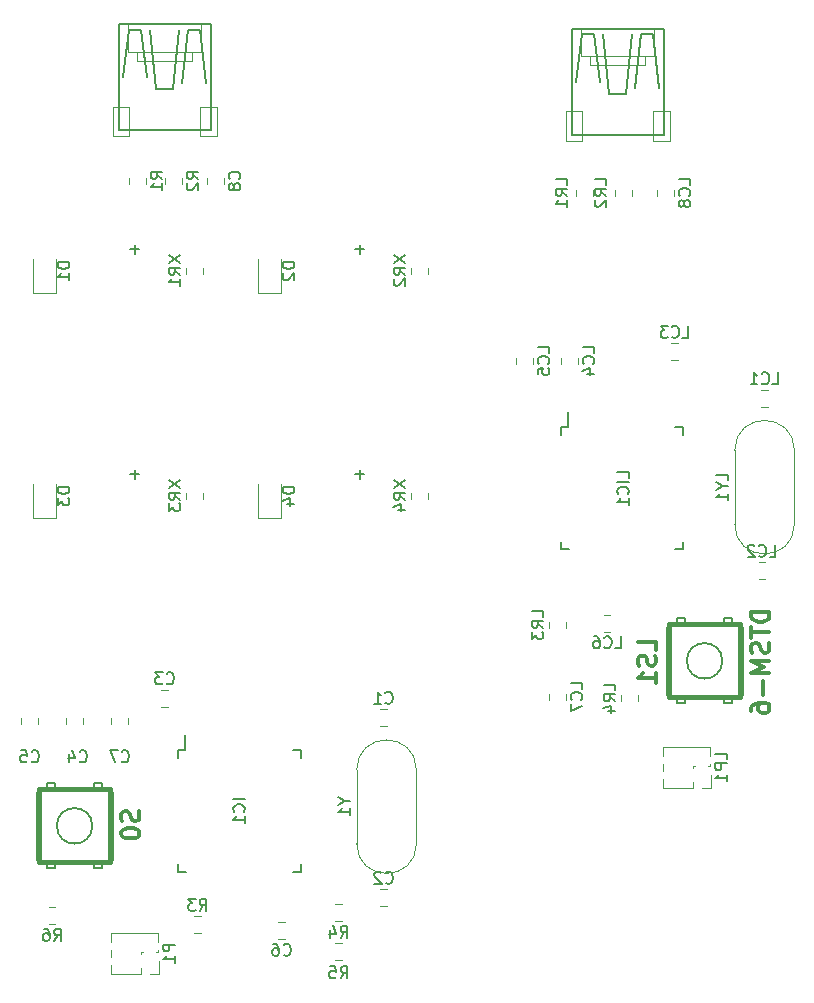
<source format=gbr>
G04 #@! TF.GenerationSoftware,KiCad,Pcbnew,(5.0.2)-1*
G04 #@! TF.CreationDate,2018-12-26T22:17:43-06:00*
G04 #@! TF.ProjectId,AVR6502Tester,41565236-3530-4325-9465-737465722e6b,rev?*
G04 #@! TF.SameCoordinates,Original*
G04 #@! TF.FileFunction,Legend,Bot*
G04 #@! TF.FilePolarity,Positive*
%FSLAX46Y46*%
G04 Gerber Fmt 4.6, Leading zero omitted, Abs format (unit mm)*
G04 Created by KiCad (PCBNEW (5.0.2)-1) date 12/26/2018 10:17:43 PM*
%MOMM*%
%LPD*%
G01*
G04 APERTURE LIST*
%ADD10C,0.120000*%
%ADD11C,0.066040*%
%ADD12C,0.127000*%
%ADD13C,0.150000*%
%ADD14C,0.381000*%
%ADD15C,0.200660*%
%ADD16C,0.304800*%
G04 APERTURE END LIST*
D10*
G04 #@! TO.C,LC7*
X94794000Y-69349252D02*
X94794000Y-68826748D01*
X96214000Y-69349252D02*
X96214000Y-68826748D01*
D11*
G04 #@! TO.C,LJ1*
X97584260Y-19504660D02*
X97584260Y-22004020D01*
X97584260Y-22004020D02*
X96184720Y-22004020D01*
X96184720Y-19504660D02*
X96184720Y-22004020D01*
X97584260Y-19504660D02*
X96184720Y-19504660D01*
X104983280Y-19504660D02*
X104983280Y-22004020D01*
X104983280Y-22004020D02*
X103583740Y-22004020D01*
X103583740Y-19504660D02*
X103583740Y-22004020D01*
X104983280Y-19504660D02*
X103583740Y-19504660D01*
X103682800Y-12506960D02*
X103682800Y-14831060D01*
X103682800Y-14831060D02*
X97485200Y-14831060D01*
X97485200Y-12506960D02*
X97485200Y-14831060D01*
X103682800Y-12506960D02*
X97485200Y-12506960D01*
X102908100Y-14831060D02*
X102908100Y-15608300D01*
X102908100Y-15608300D02*
X98259900Y-15608300D01*
X98259900Y-14831060D02*
X98259900Y-15608300D01*
X102908100Y-14831060D02*
X98259900Y-14831060D01*
D12*
X96685100Y-12506960D02*
X104482900Y-12506960D01*
X96685100Y-21503640D02*
X104482900Y-21503640D01*
X96685100Y-12506960D02*
X96685100Y-21503640D01*
X104482900Y-12506960D02*
X104482900Y-21503640D01*
X97086420Y-17005300D02*
X97584260Y-13007340D01*
X97584260Y-13007340D02*
X98585020Y-13007340D01*
X98585020Y-13007340D02*
X99085400Y-17005300D01*
X104081580Y-17505680D02*
X103583740Y-13007340D01*
X103583740Y-13007340D02*
X102582980Y-13007340D01*
X102582980Y-13007340D02*
X102082600Y-17505680D01*
X99334320Y-13007340D02*
X99834700Y-18003520D01*
X99834700Y-18003520D02*
X101333300Y-18003520D01*
X101333300Y-18003520D02*
X101833680Y-13007340D01*
D10*
G04 #@! TO.C,C6*
X71874748Y-88190000D02*
X72397252Y-88190000D01*
X71874748Y-89610000D02*
X72397252Y-89610000D01*
G04 #@! TO.C,R4*
X77223252Y-89968000D02*
X76700748Y-89968000D01*
X77223252Y-91388000D02*
X76700748Y-91388000D01*
D13*
G04 #@! TO.C,IC1*
X63405000Y-73565000D02*
X63980000Y-73565000D01*
X63405000Y-83915000D02*
X64080000Y-83915000D01*
X73755000Y-83915000D02*
X73080000Y-83915000D01*
X73755000Y-73565000D02*
X73080000Y-73565000D01*
X63405000Y-73565000D02*
X63405000Y-74240000D01*
X73755000Y-73565000D02*
X73755000Y-74240000D01*
X73755000Y-83915000D02*
X73755000Y-83240000D01*
X63405000Y-83915000D02*
X63405000Y-83240000D01*
X63980000Y-73565000D02*
X63980000Y-72290000D01*
D10*
G04 #@! TO.C,Y1*
X78501000Y-75261000D02*
X78501000Y-81511000D01*
X83551000Y-75261000D02*
X83551000Y-81511000D01*
X83551000Y-75261000D02*
G75*
G03X78501000Y-75261000I-2525000J0D01*
G01*
X83551000Y-81511000D02*
G75*
G02X78501000Y-81511000I-2525000J0D01*
G01*
G04 #@! TO.C,D4*
X72080000Y-51070000D02*
X72080000Y-53930000D01*
X72080000Y-53930000D02*
X70160000Y-53930000D01*
X70160000Y-53930000D02*
X70160000Y-51070000D01*
G04 #@! TO.C,C1*
X81024252Y-71576000D02*
X80501748Y-71576000D01*
X81024252Y-70156000D02*
X80501748Y-70156000D01*
G04 #@! TO.C,C2*
X81033252Y-85396000D02*
X80510748Y-85396000D01*
X81033252Y-86816000D02*
X80510748Y-86816000D01*
G04 #@! TO.C,C3*
X62491252Y-69925000D02*
X61968748Y-69925000D01*
X62491252Y-68505000D02*
X61968748Y-68505000D01*
G04 #@! TO.C,C4*
X55320000Y-70858748D02*
X55320000Y-71381252D01*
X53900000Y-70858748D02*
X53900000Y-71381252D01*
G04 #@! TO.C,C5*
X50090000Y-70858748D02*
X50090000Y-71381252D01*
X51510000Y-70858748D02*
X51510000Y-71381252D01*
G04 #@! TO.C,C7*
X57710000Y-70858748D02*
X57710000Y-71381252D01*
X59130000Y-70858748D02*
X59130000Y-71381252D01*
G04 #@! TO.C,C8*
X67258000Y-25661252D02*
X67258000Y-25138748D01*
X65838000Y-25661252D02*
X65838000Y-25138748D01*
G04 #@! TO.C,D1*
X51110000Y-34880000D02*
X51110000Y-32020000D01*
X53030000Y-34880000D02*
X51110000Y-34880000D01*
X53030000Y-32020000D02*
X53030000Y-34880000D01*
G04 #@! TO.C,D2*
X72080000Y-32020000D02*
X72080000Y-34880000D01*
X72080000Y-34880000D02*
X70160000Y-34880000D01*
X70160000Y-34880000D02*
X70160000Y-32020000D01*
G04 #@! TO.C,D3*
X51110000Y-53930000D02*
X51110000Y-51070000D01*
X53030000Y-53930000D02*
X51110000Y-53930000D01*
X53030000Y-51070000D02*
X53030000Y-53930000D01*
D12*
G04 #@! TO.C,J1*
X62979300Y-17622520D02*
X63479680Y-12626340D01*
X61480700Y-17622520D02*
X62979300Y-17622520D01*
X60980320Y-12626340D02*
X61480700Y-17622520D01*
X64228980Y-12626340D02*
X63728600Y-17124680D01*
X65229740Y-12626340D02*
X64228980Y-12626340D01*
X65727580Y-17124680D02*
X65229740Y-12626340D01*
X60231020Y-12626340D02*
X60731400Y-16624300D01*
X59230260Y-12626340D02*
X60231020Y-12626340D01*
X58732420Y-16624300D02*
X59230260Y-12626340D01*
X66128900Y-12125960D02*
X66128900Y-21122640D01*
X58331100Y-12125960D02*
X58331100Y-21122640D01*
X58331100Y-21122640D02*
X66128900Y-21122640D01*
X58331100Y-12125960D02*
X66128900Y-12125960D01*
D11*
X64554100Y-14450060D02*
X59905900Y-14450060D01*
X59905900Y-14450060D02*
X59905900Y-15227300D01*
X64554100Y-15227300D02*
X59905900Y-15227300D01*
X64554100Y-14450060D02*
X64554100Y-15227300D01*
X65328800Y-12125960D02*
X59131200Y-12125960D01*
X59131200Y-12125960D02*
X59131200Y-14450060D01*
X65328800Y-14450060D02*
X59131200Y-14450060D01*
X65328800Y-12125960D02*
X65328800Y-14450060D01*
X66629280Y-19123660D02*
X65229740Y-19123660D01*
X65229740Y-19123660D02*
X65229740Y-21623020D01*
X66629280Y-21623020D02*
X65229740Y-21623020D01*
X66629280Y-19123660D02*
X66629280Y-21623020D01*
X59230260Y-19123660D02*
X57830720Y-19123660D01*
X57830720Y-19123660D02*
X57830720Y-21623020D01*
X59230260Y-21623020D02*
X57830720Y-21623020D01*
X59230260Y-19123660D02*
X59230260Y-21623020D01*
D10*
G04 #@! TO.C,LC1*
X113291252Y-44525000D02*
X112768748Y-44525000D01*
X113291252Y-43105000D02*
X112768748Y-43105000D01*
G04 #@! TO.C,LC2*
X113046252Y-57710000D02*
X112523748Y-57710000D01*
X113046252Y-59130000D02*
X112523748Y-59130000D01*
G04 #@! TO.C,LC3*
X105671252Y-40588000D02*
X105148748Y-40588000D01*
X105671252Y-39168000D02*
X105148748Y-39168000D01*
G04 #@! TO.C,LC4*
X97230000Y-40901252D02*
X97230000Y-40378748D01*
X95810000Y-40901252D02*
X95810000Y-40378748D01*
G04 #@! TO.C,LC5*
X92000000Y-40901252D02*
X92000000Y-40378748D01*
X93420000Y-40901252D02*
X93420000Y-40378748D01*
G04 #@! TO.C,LC6*
X99433748Y-63575000D02*
X99956252Y-63575000D01*
X99433748Y-62155000D02*
X99956252Y-62155000D01*
G04 #@! TO.C,LC8*
X105358000Y-26677252D02*
X105358000Y-26154748D01*
X103938000Y-26677252D02*
X103938000Y-26154748D01*
D13*
G04 #@! TO.C,LIC1*
X96365000Y-46260000D02*
X96365000Y-44985000D01*
X95790000Y-56610000D02*
X95790000Y-55935000D01*
X106140000Y-56610000D02*
X106140000Y-55935000D01*
X106140000Y-46260000D02*
X106140000Y-46935000D01*
X95790000Y-46260000D02*
X95790000Y-46935000D01*
X106140000Y-46260000D02*
X105465000Y-46260000D01*
X106140000Y-56610000D02*
X105465000Y-56610000D01*
X95790000Y-56610000D02*
X96465000Y-56610000D01*
X95790000Y-46260000D02*
X96365000Y-46260000D01*
D10*
G04 #@! TO.C,LP1*
X104461000Y-76822000D02*
X104461000Y-75999530D01*
X104461000Y-74114470D02*
X104461000Y-73292000D01*
X104461000Y-75384470D02*
X104461000Y-74729530D01*
X106936000Y-76822000D02*
X104461000Y-76822000D01*
X108391000Y-73292000D02*
X104461000Y-73292000D01*
X106936000Y-76822000D02*
X106936000Y-76255471D01*
X106936000Y-75128529D02*
X106936000Y-74985471D01*
X106989471Y-74932000D02*
X107132529Y-74932000D01*
X108259471Y-74932000D02*
X108391000Y-74932000D01*
X108391000Y-74932000D02*
X108391000Y-74729530D01*
X108391000Y-74114470D02*
X108391000Y-73292000D01*
X107696000Y-76822000D02*
X108456000Y-76822000D01*
X108456000Y-76822000D02*
X108456000Y-75692000D01*
G04 #@! TO.C,LR1*
X97080000Y-26677252D02*
X97080000Y-26154748D01*
X98500000Y-26677252D02*
X98500000Y-26154748D01*
G04 #@! TO.C,LR2*
X101802000Y-26677252D02*
X101802000Y-26154748D01*
X100382000Y-26677252D02*
X100382000Y-26154748D01*
G04 #@! TO.C,LR3*
X94794000Y-62721748D02*
X94794000Y-63244252D01*
X96214000Y-62721748D02*
X96214000Y-63244252D01*
G04 #@! TO.C,LR4*
X102310000Y-68953748D02*
X102310000Y-69476252D01*
X100890000Y-68953748D02*
X100890000Y-69476252D01*
D14*
G04 #@! TO.C,LS1*
X110949740Y-62941200D02*
X104950260Y-62941200D01*
X110949740Y-69138800D02*
X110949740Y-62941200D01*
X104950260Y-69138800D02*
X110949740Y-69138800D01*
X104950260Y-62941200D02*
X104950260Y-69138800D01*
X104851200Y-63240920D02*
X104851200Y-68839080D01*
X111048800Y-63240920D02*
X111048800Y-68839080D01*
D15*
X106299000Y-69639180D02*
X106299000Y-69138800D01*
X105600500Y-69639180D02*
X106299000Y-69639180D01*
X105600500Y-69138800D02*
X105600500Y-69639180D01*
X110299500Y-69639180D02*
X110299500Y-69138800D01*
X109601000Y-69639180D02*
X110299500Y-69639180D01*
X109601000Y-69138800D02*
X109601000Y-69639180D01*
X109601000Y-62941200D02*
X109601000Y-62440820D01*
X109601000Y-62440820D02*
X110299500Y-62440820D01*
X110299500Y-62440820D02*
X110299500Y-62941200D01*
X106299000Y-62440820D02*
X106299000Y-62941200D01*
X105600500Y-62440820D02*
X106299000Y-62440820D01*
X105600500Y-62941200D02*
X105600500Y-62440820D01*
X109451140Y-66040000D02*
G75*
G03X109451140Y-66040000I-1501140J0D01*
G01*
D10*
G04 #@! TO.C,LY1*
X115555000Y-54460000D02*
G75*
G02X110505000Y-54460000I-2525000J0D01*
G01*
X115555000Y-48210000D02*
G75*
G03X110505000Y-48210000I-2525000J0D01*
G01*
X115555000Y-48210000D02*
X115555000Y-54460000D01*
X110505000Y-48210000D02*
X110505000Y-54460000D01*
G04 #@! TO.C,P1*
X61720000Y-92570000D02*
X61720000Y-91440000D01*
X60960000Y-92570000D02*
X61720000Y-92570000D01*
X61655000Y-89862470D02*
X61655000Y-89040000D01*
X61655000Y-90680000D02*
X61655000Y-90477530D01*
X61523471Y-90680000D02*
X61655000Y-90680000D01*
X60253471Y-90680000D02*
X60396529Y-90680000D01*
X60200000Y-90876529D02*
X60200000Y-90733471D01*
X60200000Y-92570000D02*
X60200000Y-92003471D01*
X61655000Y-89040000D02*
X57725000Y-89040000D01*
X60200000Y-92570000D02*
X57725000Y-92570000D01*
X57725000Y-91132470D02*
X57725000Y-90477530D01*
X57725000Y-89862470D02*
X57725000Y-89040000D01*
X57725000Y-92570000D02*
X57725000Y-91747530D01*
G04 #@! TO.C,R1*
X60654000Y-25661252D02*
X60654000Y-25138748D01*
X59234000Y-25661252D02*
X59234000Y-25138748D01*
G04 #@! TO.C,R2*
X62282000Y-25661252D02*
X62282000Y-25138748D01*
X63702000Y-25661252D02*
X63702000Y-25138748D01*
G04 #@! TO.C,R3*
X65285252Y-89102000D02*
X64762748Y-89102000D01*
X65285252Y-87682000D02*
X64762748Y-87682000D01*
G04 #@! TO.C,R6*
X52443748Y-86920000D02*
X52966252Y-86920000D01*
X52443748Y-88340000D02*
X52966252Y-88340000D01*
D15*
G04 #@! TO.C,S0*
X56111140Y-80010000D02*
G75*
G03X56111140Y-80010000I-1501140J0D01*
G01*
X56959500Y-83108800D02*
X56959500Y-83609180D01*
X56959500Y-83609180D02*
X56261000Y-83609180D01*
X56261000Y-83609180D02*
X56261000Y-83108800D01*
X52260500Y-83609180D02*
X52260500Y-83108800D01*
X52959000Y-83609180D02*
X52260500Y-83609180D01*
X52959000Y-83108800D02*
X52959000Y-83609180D01*
X52959000Y-76911200D02*
X52959000Y-76410820D01*
X52959000Y-76410820D02*
X52260500Y-76410820D01*
X52260500Y-76410820D02*
X52260500Y-76911200D01*
X56959500Y-76911200D02*
X56959500Y-76410820D01*
X56959500Y-76410820D02*
X56261000Y-76410820D01*
X56261000Y-76410820D02*
X56261000Y-76911200D01*
D14*
X51511200Y-82809080D02*
X51511200Y-77210920D01*
X57708800Y-82809080D02*
X57708800Y-77210920D01*
X57609740Y-83108800D02*
X57609740Y-76911200D01*
X57609740Y-76911200D02*
X51610260Y-76911200D01*
X51610260Y-76911200D02*
X51610260Y-83108800D01*
X51610260Y-83108800D02*
X57609740Y-83108800D01*
D10*
G04 #@! TO.C,XR1*
X64060000Y-32758748D02*
X64060000Y-33281252D01*
X65480000Y-32758748D02*
X65480000Y-33281252D01*
G04 #@! TO.C,XR2*
X83110000Y-32758748D02*
X83110000Y-33281252D01*
X84530000Y-32758748D02*
X84530000Y-33281252D01*
G04 #@! TO.C,XR3*
X64060000Y-51808748D02*
X64060000Y-52331252D01*
X65480000Y-51808748D02*
X65480000Y-52331252D01*
G04 #@! TO.C,XR4*
X84530000Y-51808748D02*
X84530000Y-52331252D01*
X83110000Y-51808748D02*
X83110000Y-52331252D01*
G04 #@! TO.C,R5*
X76700748Y-88086000D02*
X77223252Y-88086000D01*
X76700748Y-86666000D02*
X77223252Y-86666000D01*
G04 #@! TO.C,LC7*
D13*
X97606380Y-68421333D02*
X97606380Y-67945142D01*
X96606380Y-67945142D01*
X97511142Y-69326095D02*
X97558761Y-69278476D01*
X97606380Y-69135619D01*
X97606380Y-69040380D01*
X97558761Y-68897523D01*
X97463523Y-68802285D01*
X97368285Y-68754666D01*
X97177809Y-68707047D01*
X97034952Y-68707047D01*
X96844476Y-68754666D01*
X96749238Y-68802285D01*
X96654000Y-68897523D01*
X96606380Y-69040380D01*
X96606380Y-69135619D01*
X96654000Y-69278476D01*
X96701619Y-69326095D01*
X96606380Y-69659428D02*
X96606380Y-70326095D01*
X97606380Y-69897523D01*
G04 #@! TO.C,C6*
X72302666Y-90907142D02*
X72350285Y-90954761D01*
X72493142Y-91002380D01*
X72588380Y-91002380D01*
X72731238Y-90954761D01*
X72826476Y-90859523D01*
X72874095Y-90764285D01*
X72921714Y-90573809D01*
X72921714Y-90430952D01*
X72874095Y-90240476D01*
X72826476Y-90145238D01*
X72731238Y-90050000D01*
X72588380Y-90002380D01*
X72493142Y-90002380D01*
X72350285Y-90050000D01*
X72302666Y-90097619D01*
X71445523Y-90002380D02*
X71636000Y-90002380D01*
X71731238Y-90050000D01*
X71778857Y-90097619D01*
X71874095Y-90240476D01*
X71921714Y-90430952D01*
X71921714Y-90811904D01*
X71874095Y-90907142D01*
X71826476Y-90954761D01*
X71731238Y-91002380D01*
X71540761Y-91002380D01*
X71445523Y-90954761D01*
X71397904Y-90907142D01*
X71350285Y-90811904D01*
X71350285Y-90573809D01*
X71397904Y-90478571D01*
X71445523Y-90430952D01*
X71540761Y-90383333D01*
X71731238Y-90383333D01*
X71826476Y-90430952D01*
X71874095Y-90478571D01*
X71921714Y-90573809D01*
G04 #@! TO.C,R4*
X77128666Y-89480380D02*
X77462000Y-89004190D01*
X77700095Y-89480380D02*
X77700095Y-88480380D01*
X77319142Y-88480380D01*
X77223904Y-88528000D01*
X77176285Y-88575619D01*
X77128666Y-88670857D01*
X77128666Y-88813714D01*
X77176285Y-88908952D01*
X77223904Y-88956571D01*
X77319142Y-89004190D01*
X77700095Y-89004190D01*
X76271523Y-88813714D02*
X76271523Y-89480380D01*
X76509619Y-88432761D02*
X76747714Y-89147047D01*
X76128666Y-89147047D01*
G04 #@! TO.C,IC1*
X69032380Y-77763809D02*
X68032380Y-77763809D01*
X68937142Y-78811428D02*
X68984761Y-78763809D01*
X69032380Y-78620952D01*
X69032380Y-78525714D01*
X68984761Y-78382857D01*
X68889523Y-78287619D01*
X68794285Y-78240000D01*
X68603809Y-78192380D01*
X68460952Y-78192380D01*
X68270476Y-78240000D01*
X68175238Y-78287619D01*
X68080000Y-78382857D01*
X68032380Y-78525714D01*
X68032380Y-78620952D01*
X68080000Y-78763809D01*
X68127619Y-78811428D01*
X69032380Y-79763809D02*
X69032380Y-79192380D01*
X69032380Y-79478095D02*
X68032380Y-79478095D01*
X68175238Y-79382857D01*
X68270476Y-79287619D01*
X68318095Y-79192380D01*
G04 #@! TO.C,Y1*
X77477190Y-77909809D02*
X77953380Y-77909809D01*
X76953380Y-77576476D02*
X77477190Y-77909809D01*
X76953380Y-78243142D01*
X77953380Y-79100285D02*
X77953380Y-78528857D01*
X77953380Y-78814571D02*
X76953380Y-78814571D01*
X77096238Y-78719333D01*
X77191476Y-78624095D01*
X77239095Y-78528857D01*
G04 #@! TO.C,D4*
X73222380Y-51331904D02*
X72222380Y-51331904D01*
X72222380Y-51570000D01*
X72270000Y-51712857D01*
X72365238Y-51808095D01*
X72460476Y-51855714D01*
X72650952Y-51903333D01*
X72793809Y-51903333D01*
X72984285Y-51855714D01*
X73079523Y-51808095D01*
X73174761Y-51712857D01*
X73222380Y-51570000D01*
X73222380Y-51331904D01*
X72555714Y-52760476D02*
X73222380Y-52760476D01*
X72174761Y-52522380D02*
X72889047Y-52284285D01*
X72889047Y-52903333D01*
G04 #@! TO.C,C1*
X80929666Y-69573142D02*
X80977285Y-69620761D01*
X81120142Y-69668380D01*
X81215380Y-69668380D01*
X81358238Y-69620761D01*
X81453476Y-69525523D01*
X81501095Y-69430285D01*
X81548714Y-69239809D01*
X81548714Y-69096952D01*
X81501095Y-68906476D01*
X81453476Y-68811238D01*
X81358238Y-68716000D01*
X81215380Y-68668380D01*
X81120142Y-68668380D01*
X80977285Y-68716000D01*
X80929666Y-68763619D01*
X79977285Y-69668380D02*
X80548714Y-69668380D01*
X80263000Y-69668380D02*
X80263000Y-68668380D01*
X80358238Y-68811238D01*
X80453476Y-68906476D01*
X80548714Y-68954095D01*
G04 #@! TO.C,C2*
X80938666Y-84813142D02*
X80986285Y-84860761D01*
X81129142Y-84908380D01*
X81224380Y-84908380D01*
X81367238Y-84860761D01*
X81462476Y-84765523D01*
X81510095Y-84670285D01*
X81557714Y-84479809D01*
X81557714Y-84336952D01*
X81510095Y-84146476D01*
X81462476Y-84051238D01*
X81367238Y-83956000D01*
X81224380Y-83908380D01*
X81129142Y-83908380D01*
X80986285Y-83956000D01*
X80938666Y-84003619D01*
X80557714Y-84003619D02*
X80510095Y-83956000D01*
X80414857Y-83908380D01*
X80176761Y-83908380D01*
X80081523Y-83956000D01*
X80033904Y-84003619D01*
X79986285Y-84098857D01*
X79986285Y-84194095D01*
X80033904Y-84336952D01*
X80605333Y-84908380D01*
X79986285Y-84908380D01*
G04 #@! TO.C,C3*
X62396666Y-67922142D02*
X62444285Y-67969761D01*
X62587142Y-68017380D01*
X62682380Y-68017380D01*
X62825238Y-67969761D01*
X62920476Y-67874523D01*
X62968095Y-67779285D01*
X63015714Y-67588809D01*
X63015714Y-67445952D01*
X62968095Y-67255476D01*
X62920476Y-67160238D01*
X62825238Y-67065000D01*
X62682380Y-67017380D01*
X62587142Y-67017380D01*
X62444285Y-67065000D01*
X62396666Y-67112619D01*
X62063333Y-67017380D02*
X61444285Y-67017380D01*
X61777619Y-67398333D01*
X61634761Y-67398333D01*
X61539523Y-67445952D01*
X61491904Y-67493571D01*
X61444285Y-67588809D01*
X61444285Y-67826904D01*
X61491904Y-67922142D01*
X61539523Y-67969761D01*
X61634761Y-68017380D01*
X61920476Y-68017380D01*
X62015714Y-67969761D01*
X62063333Y-67922142D01*
G04 #@! TO.C,C4*
X55030666Y-74525142D02*
X55078285Y-74572761D01*
X55221142Y-74620380D01*
X55316380Y-74620380D01*
X55459238Y-74572761D01*
X55554476Y-74477523D01*
X55602095Y-74382285D01*
X55649714Y-74191809D01*
X55649714Y-74048952D01*
X55602095Y-73858476D01*
X55554476Y-73763238D01*
X55459238Y-73668000D01*
X55316380Y-73620380D01*
X55221142Y-73620380D01*
X55078285Y-73668000D01*
X55030666Y-73715619D01*
X54173523Y-73953714D02*
X54173523Y-74620380D01*
X54411619Y-73572761D02*
X54649714Y-74287047D01*
X54030666Y-74287047D01*
G04 #@! TO.C,C5*
X50966666Y-74525142D02*
X51014285Y-74572761D01*
X51157142Y-74620380D01*
X51252380Y-74620380D01*
X51395238Y-74572761D01*
X51490476Y-74477523D01*
X51538095Y-74382285D01*
X51585714Y-74191809D01*
X51585714Y-74048952D01*
X51538095Y-73858476D01*
X51490476Y-73763238D01*
X51395238Y-73668000D01*
X51252380Y-73620380D01*
X51157142Y-73620380D01*
X51014285Y-73668000D01*
X50966666Y-73715619D01*
X50061904Y-73620380D02*
X50538095Y-73620380D01*
X50585714Y-74096571D01*
X50538095Y-74048952D01*
X50442857Y-74001333D01*
X50204761Y-74001333D01*
X50109523Y-74048952D01*
X50061904Y-74096571D01*
X50014285Y-74191809D01*
X50014285Y-74429904D01*
X50061904Y-74525142D01*
X50109523Y-74572761D01*
X50204761Y-74620380D01*
X50442857Y-74620380D01*
X50538095Y-74572761D01*
X50585714Y-74525142D01*
G04 #@! TO.C,C7*
X58586666Y-74525142D02*
X58634285Y-74572761D01*
X58777142Y-74620380D01*
X58872380Y-74620380D01*
X59015238Y-74572761D01*
X59110476Y-74477523D01*
X59158095Y-74382285D01*
X59205714Y-74191809D01*
X59205714Y-74048952D01*
X59158095Y-73858476D01*
X59110476Y-73763238D01*
X59015238Y-73668000D01*
X58872380Y-73620380D01*
X58777142Y-73620380D01*
X58634285Y-73668000D01*
X58586666Y-73715619D01*
X58253333Y-73620380D02*
X57586666Y-73620380D01*
X58015238Y-74620380D01*
G04 #@! TO.C,C8*
X68555142Y-25233333D02*
X68602761Y-25185714D01*
X68650380Y-25042857D01*
X68650380Y-24947619D01*
X68602761Y-24804761D01*
X68507523Y-24709523D01*
X68412285Y-24661904D01*
X68221809Y-24614285D01*
X68078952Y-24614285D01*
X67888476Y-24661904D01*
X67793238Y-24709523D01*
X67698000Y-24804761D01*
X67650380Y-24947619D01*
X67650380Y-25042857D01*
X67698000Y-25185714D01*
X67745619Y-25233333D01*
X68078952Y-25804761D02*
X68031333Y-25709523D01*
X67983714Y-25661904D01*
X67888476Y-25614285D01*
X67840857Y-25614285D01*
X67745619Y-25661904D01*
X67698000Y-25709523D01*
X67650380Y-25804761D01*
X67650380Y-25995238D01*
X67698000Y-26090476D01*
X67745619Y-26138095D01*
X67840857Y-26185714D01*
X67888476Y-26185714D01*
X67983714Y-26138095D01*
X68031333Y-26090476D01*
X68078952Y-25995238D01*
X68078952Y-25804761D01*
X68126571Y-25709523D01*
X68174190Y-25661904D01*
X68269428Y-25614285D01*
X68459904Y-25614285D01*
X68555142Y-25661904D01*
X68602761Y-25709523D01*
X68650380Y-25804761D01*
X68650380Y-25995238D01*
X68602761Y-26090476D01*
X68555142Y-26138095D01*
X68459904Y-26185714D01*
X68269428Y-26185714D01*
X68174190Y-26138095D01*
X68126571Y-26090476D01*
X68078952Y-25995238D01*
G04 #@! TO.C,D1*
X54172380Y-32281904D02*
X53172380Y-32281904D01*
X53172380Y-32520000D01*
X53220000Y-32662857D01*
X53315238Y-32758095D01*
X53410476Y-32805714D01*
X53600952Y-32853333D01*
X53743809Y-32853333D01*
X53934285Y-32805714D01*
X54029523Y-32758095D01*
X54124761Y-32662857D01*
X54172380Y-32520000D01*
X54172380Y-32281904D01*
X54172380Y-33805714D02*
X54172380Y-33234285D01*
X54172380Y-33520000D02*
X53172380Y-33520000D01*
X53315238Y-33424761D01*
X53410476Y-33329523D01*
X53458095Y-33234285D01*
G04 #@! TO.C,D2*
X73222380Y-32281904D02*
X72222380Y-32281904D01*
X72222380Y-32520000D01*
X72270000Y-32662857D01*
X72365238Y-32758095D01*
X72460476Y-32805714D01*
X72650952Y-32853333D01*
X72793809Y-32853333D01*
X72984285Y-32805714D01*
X73079523Y-32758095D01*
X73174761Y-32662857D01*
X73222380Y-32520000D01*
X73222380Y-32281904D01*
X72317619Y-33234285D02*
X72270000Y-33281904D01*
X72222380Y-33377142D01*
X72222380Y-33615238D01*
X72270000Y-33710476D01*
X72317619Y-33758095D01*
X72412857Y-33805714D01*
X72508095Y-33805714D01*
X72650952Y-33758095D01*
X73222380Y-33186666D01*
X73222380Y-33805714D01*
G04 #@! TO.C,D3*
X54172380Y-51331904D02*
X53172380Y-51331904D01*
X53172380Y-51570000D01*
X53220000Y-51712857D01*
X53315238Y-51808095D01*
X53410476Y-51855714D01*
X53600952Y-51903333D01*
X53743809Y-51903333D01*
X53934285Y-51855714D01*
X54029523Y-51808095D01*
X54124761Y-51712857D01*
X54172380Y-51570000D01*
X54172380Y-51331904D01*
X53172380Y-52236666D02*
X53172380Y-52855714D01*
X53553333Y-52522380D01*
X53553333Y-52665238D01*
X53600952Y-52760476D01*
X53648571Y-52808095D01*
X53743809Y-52855714D01*
X53981904Y-52855714D01*
X54077142Y-52808095D01*
X54124761Y-52760476D01*
X54172380Y-52665238D01*
X54172380Y-52379523D01*
X54124761Y-52284285D01*
X54077142Y-52236666D01*
G04 #@! TO.C,LC1*
X113696666Y-42617380D02*
X114172857Y-42617380D01*
X114172857Y-41617380D01*
X112791904Y-42522142D02*
X112839523Y-42569761D01*
X112982380Y-42617380D01*
X113077619Y-42617380D01*
X113220476Y-42569761D01*
X113315714Y-42474523D01*
X113363333Y-42379285D01*
X113410952Y-42188809D01*
X113410952Y-42045952D01*
X113363333Y-41855476D01*
X113315714Y-41760238D01*
X113220476Y-41665000D01*
X113077619Y-41617380D01*
X112982380Y-41617380D01*
X112839523Y-41665000D01*
X112791904Y-41712619D01*
X111839523Y-42617380D02*
X112410952Y-42617380D01*
X112125238Y-42617380D02*
X112125238Y-41617380D01*
X112220476Y-41760238D01*
X112315714Y-41855476D01*
X112410952Y-41903095D01*
G04 #@! TO.C,LC2*
X113451666Y-57222380D02*
X113927857Y-57222380D01*
X113927857Y-56222380D01*
X112546904Y-57127142D02*
X112594523Y-57174761D01*
X112737380Y-57222380D01*
X112832619Y-57222380D01*
X112975476Y-57174761D01*
X113070714Y-57079523D01*
X113118333Y-56984285D01*
X113165952Y-56793809D01*
X113165952Y-56650952D01*
X113118333Y-56460476D01*
X113070714Y-56365238D01*
X112975476Y-56270000D01*
X112832619Y-56222380D01*
X112737380Y-56222380D01*
X112594523Y-56270000D01*
X112546904Y-56317619D01*
X112165952Y-56317619D02*
X112118333Y-56270000D01*
X112023095Y-56222380D01*
X111785000Y-56222380D01*
X111689761Y-56270000D01*
X111642142Y-56317619D01*
X111594523Y-56412857D01*
X111594523Y-56508095D01*
X111642142Y-56650952D01*
X112213571Y-57222380D01*
X111594523Y-57222380D01*
G04 #@! TO.C,LC3*
X106076666Y-38680380D02*
X106552857Y-38680380D01*
X106552857Y-37680380D01*
X105171904Y-38585142D02*
X105219523Y-38632761D01*
X105362380Y-38680380D01*
X105457619Y-38680380D01*
X105600476Y-38632761D01*
X105695714Y-38537523D01*
X105743333Y-38442285D01*
X105790952Y-38251809D01*
X105790952Y-38108952D01*
X105743333Y-37918476D01*
X105695714Y-37823238D01*
X105600476Y-37728000D01*
X105457619Y-37680380D01*
X105362380Y-37680380D01*
X105219523Y-37728000D01*
X105171904Y-37775619D01*
X104838571Y-37680380D02*
X104219523Y-37680380D01*
X104552857Y-38061333D01*
X104410000Y-38061333D01*
X104314761Y-38108952D01*
X104267142Y-38156571D01*
X104219523Y-38251809D01*
X104219523Y-38489904D01*
X104267142Y-38585142D01*
X104314761Y-38632761D01*
X104410000Y-38680380D01*
X104695714Y-38680380D01*
X104790952Y-38632761D01*
X104838571Y-38585142D01*
G04 #@! TO.C,LC4*
X98622380Y-39973333D02*
X98622380Y-39497142D01*
X97622380Y-39497142D01*
X98527142Y-40878095D02*
X98574761Y-40830476D01*
X98622380Y-40687619D01*
X98622380Y-40592380D01*
X98574761Y-40449523D01*
X98479523Y-40354285D01*
X98384285Y-40306666D01*
X98193809Y-40259047D01*
X98050952Y-40259047D01*
X97860476Y-40306666D01*
X97765238Y-40354285D01*
X97670000Y-40449523D01*
X97622380Y-40592380D01*
X97622380Y-40687619D01*
X97670000Y-40830476D01*
X97717619Y-40878095D01*
X97955714Y-41735238D02*
X98622380Y-41735238D01*
X97574761Y-41497142D02*
X98289047Y-41259047D01*
X98289047Y-41878095D01*
G04 #@! TO.C,LC5*
X94812380Y-39973333D02*
X94812380Y-39497142D01*
X93812380Y-39497142D01*
X94717142Y-40878095D02*
X94764761Y-40830476D01*
X94812380Y-40687619D01*
X94812380Y-40592380D01*
X94764761Y-40449523D01*
X94669523Y-40354285D01*
X94574285Y-40306666D01*
X94383809Y-40259047D01*
X94240952Y-40259047D01*
X94050476Y-40306666D01*
X93955238Y-40354285D01*
X93860000Y-40449523D01*
X93812380Y-40592380D01*
X93812380Y-40687619D01*
X93860000Y-40830476D01*
X93907619Y-40878095D01*
X93812380Y-41782857D02*
X93812380Y-41306666D01*
X94288571Y-41259047D01*
X94240952Y-41306666D01*
X94193333Y-41401904D01*
X94193333Y-41640000D01*
X94240952Y-41735238D01*
X94288571Y-41782857D01*
X94383809Y-41830476D01*
X94621904Y-41830476D01*
X94717142Y-41782857D01*
X94764761Y-41735238D01*
X94812380Y-41640000D01*
X94812380Y-41401904D01*
X94764761Y-41306666D01*
X94717142Y-41259047D01*
G04 #@! TO.C,LC6*
X100361666Y-64967380D02*
X100837857Y-64967380D01*
X100837857Y-63967380D01*
X99456904Y-64872142D02*
X99504523Y-64919761D01*
X99647380Y-64967380D01*
X99742619Y-64967380D01*
X99885476Y-64919761D01*
X99980714Y-64824523D01*
X100028333Y-64729285D01*
X100075952Y-64538809D01*
X100075952Y-64395952D01*
X100028333Y-64205476D01*
X99980714Y-64110238D01*
X99885476Y-64015000D01*
X99742619Y-63967380D01*
X99647380Y-63967380D01*
X99504523Y-64015000D01*
X99456904Y-64062619D01*
X98599761Y-63967380D02*
X98790238Y-63967380D01*
X98885476Y-64015000D01*
X98933095Y-64062619D01*
X99028333Y-64205476D01*
X99075952Y-64395952D01*
X99075952Y-64776904D01*
X99028333Y-64872142D01*
X98980714Y-64919761D01*
X98885476Y-64967380D01*
X98695000Y-64967380D01*
X98599761Y-64919761D01*
X98552142Y-64872142D01*
X98504523Y-64776904D01*
X98504523Y-64538809D01*
X98552142Y-64443571D01*
X98599761Y-64395952D01*
X98695000Y-64348333D01*
X98885476Y-64348333D01*
X98980714Y-64395952D01*
X99028333Y-64443571D01*
X99075952Y-64538809D01*
G04 #@! TO.C,LC8*
X106750380Y-25749333D02*
X106750380Y-25273142D01*
X105750380Y-25273142D01*
X106655142Y-26654095D02*
X106702761Y-26606476D01*
X106750380Y-26463619D01*
X106750380Y-26368380D01*
X106702761Y-26225523D01*
X106607523Y-26130285D01*
X106512285Y-26082666D01*
X106321809Y-26035047D01*
X106178952Y-26035047D01*
X105988476Y-26082666D01*
X105893238Y-26130285D01*
X105798000Y-26225523D01*
X105750380Y-26368380D01*
X105750380Y-26463619D01*
X105798000Y-26606476D01*
X105845619Y-26654095D01*
X106178952Y-27225523D02*
X106131333Y-27130285D01*
X106083714Y-27082666D01*
X105988476Y-27035047D01*
X105940857Y-27035047D01*
X105845619Y-27082666D01*
X105798000Y-27130285D01*
X105750380Y-27225523D01*
X105750380Y-27416000D01*
X105798000Y-27511238D01*
X105845619Y-27558857D01*
X105940857Y-27606476D01*
X105988476Y-27606476D01*
X106083714Y-27558857D01*
X106131333Y-27511238D01*
X106178952Y-27416000D01*
X106178952Y-27225523D01*
X106226571Y-27130285D01*
X106274190Y-27082666D01*
X106369428Y-27035047D01*
X106559904Y-27035047D01*
X106655142Y-27082666D01*
X106702761Y-27130285D01*
X106750380Y-27225523D01*
X106750380Y-27416000D01*
X106702761Y-27511238D01*
X106655142Y-27558857D01*
X106559904Y-27606476D01*
X106369428Y-27606476D01*
X106274190Y-27558857D01*
X106226571Y-27511238D01*
X106178952Y-27416000D01*
G04 #@! TO.C,LED1*
X60070952Y-31186428D02*
X59309047Y-31186428D01*
X59690000Y-31567380D02*
X59690000Y-30805476D01*
G04 #@! TO.C,LED2*
X79120952Y-31186428D02*
X78359047Y-31186428D01*
X78740000Y-31567380D02*
X78740000Y-30805476D01*
G04 #@! TO.C,LED3*
X60070952Y-50236428D02*
X59309047Y-50236428D01*
X59690000Y-50617380D02*
X59690000Y-49855476D01*
G04 #@! TO.C,LED4*
X79120952Y-50236428D02*
X78359047Y-50236428D01*
X78740000Y-50617380D02*
X78740000Y-49855476D01*
G04 #@! TO.C,LIC1*
X101544380Y-50530238D02*
X101544380Y-50054047D01*
X100544380Y-50054047D01*
X101544380Y-50863571D02*
X100544380Y-50863571D01*
X101449142Y-51911190D02*
X101496761Y-51863571D01*
X101544380Y-51720714D01*
X101544380Y-51625476D01*
X101496761Y-51482619D01*
X101401523Y-51387380D01*
X101306285Y-51339761D01*
X101115809Y-51292142D01*
X100972952Y-51292142D01*
X100782476Y-51339761D01*
X100687238Y-51387380D01*
X100592000Y-51482619D01*
X100544380Y-51625476D01*
X100544380Y-51720714D01*
X100592000Y-51863571D01*
X100639619Y-51911190D01*
X101544380Y-52863571D02*
X101544380Y-52292142D01*
X101544380Y-52577857D02*
X100544380Y-52577857D01*
X100687238Y-52482619D01*
X100782476Y-52387380D01*
X100830095Y-52292142D01*
G04 #@! TO.C,LP1*
X109843380Y-74390333D02*
X109843380Y-73914142D01*
X108843380Y-73914142D01*
X109843380Y-74723666D02*
X108843380Y-74723666D01*
X108843380Y-75104619D01*
X108891000Y-75199857D01*
X108938619Y-75247476D01*
X109033857Y-75295095D01*
X109176714Y-75295095D01*
X109271952Y-75247476D01*
X109319571Y-75199857D01*
X109367190Y-75104619D01*
X109367190Y-74723666D01*
X109843380Y-76247476D02*
X109843380Y-75676047D01*
X109843380Y-75961761D02*
X108843380Y-75961761D01*
X108986238Y-75866523D01*
X109081476Y-75771285D01*
X109129095Y-75676047D01*
G04 #@! TO.C,LR1*
X96337380Y-25749333D02*
X96337380Y-25273142D01*
X95337380Y-25273142D01*
X96337380Y-26654095D02*
X95861190Y-26320761D01*
X96337380Y-26082666D02*
X95337380Y-26082666D01*
X95337380Y-26463619D01*
X95385000Y-26558857D01*
X95432619Y-26606476D01*
X95527857Y-26654095D01*
X95670714Y-26654095D01*
X95765952Y-26606476D01*
X95813571Y-26558857D01*
X95861190Y-26463619D01*
X95861190Y-26082666D01*
X96337380Y-27606476D02*
X96337380Y-27035047D01*
X96337380Y-27320761D02*
X95337380Y-27320761D01*
X95480238Y-27225523D01*
X95575476Y-27130285D01*
X95623095Y-27035047D01*
G04 #@! TO.C,LR2*
X99639380Y-25749333D02*
X99639380Y-25273142D01*
X98639380Y-25273142D01*
X99639380Y-26654095D02*
X99163190Y-26320761D01*
X99639380Y-26082666D02*
X98639380Y-26082666D01*
X98639380Y-26463619D01*
X98687000Y-26558857D01*
X98734619Y-26606476D01*
X98829857Y-26654095D01*
X98972714Y-26654095D01*
X99067952Y-26606476D01*
X99115571Y-26558857D01*
X99163190Y-26463619D01*
X99163190Y-26082666D01*
X98734619Y-27035047D02*
X98687000Y-27082666D01*
X98639380Y-27177904D01*
X98639380Y-27416000D01*
X98687000Y-27511238D01*
X98734619Y-27558857D01*
X98829857Y-27606476D01*
X98925095Y-27606476D01*
X99067952Y-27558857D01*
X99639380Y-26987428D01*
X99639380Y-27606476D01*
G04 #@! TO.C,LR3*
X94306380Y-62316333D02*
X94306380Y-61840142D01*
X93306380Y-61840142D01*
X94306380Y-63221095D02*
X93830190Y-62887761D01*
X94306380Y-62649666D02*
X93306380Y-62649666D01*
X93306380Y-63030619D01*
X93354000Y-63125857D01*
X93401619Y-63173476D01*
X93496857Y-63221095D01*
X93639714Y-63221095D01*
X93734952Y-63173476D01*
X93782571Y-63125857D01*
X93830190Y-63030619D01*
X93830190Y-62649666D01*
X93306380Y-63554428D02*
X93306380Y-64173476D01*
X93687333Y-63840142D01*
X93687333Y-63983000D01*
X93734952Y-64078238D01*
X93782571Y-64125857D01*
X93877809Y-64173476D01*
X94115904Y-64173476D01*
X94211142Y-64125857D01*
X94258761Y-64078238D01*
X94306380Y-63983000D01*
X94306380Y-63697285D01*
X94258761Y-63602047D01*
X94211142Y-63554428D01*
G04 #@! TO.C,LR4*
X100402380Y-68548333D02*
X100402380Y-68072142D01*
X99402380Y-68072142D01*
X100402380Y-69453095D02*
X99926190Y-69119761D01*
X100402380Y-68881666D02*
X99402380Y-68881666D01*
X99402380Y-69262619D01*
X99450000Y-69357857D01*
X99497619Y-69405476D01*
X99592857Y-69453095D01*
X99735714Y-69453095D01*
X99830952Y-69405476D01*
X99878571Y-69357857D01*
X99926190Y-69262619D01*
X99926190Y-68881666D01*
X99735714Y-70310238D02*
X100402380Y-70310238D01*
X99354761Y-70072142D02*
X100069047Y-69834047D01*
X100069047Y-70453095D01*
G04 #@! TO.C,LS1*
D16*
X103838828Y-65159345D02*
X103838828Y-64433631D01*
X102314828Y-64433631D01*
X103766257Y-65594774D02*
X103838828Y-65812488D01*
X103838828Y-66175345D01*
X103766257Y-66320488D01*
X103693685Y-66393060D01*
X103548542Y-66465631D01*
X103403400Y-66465631D01*
X103258257Y-66393060D01*
X103185685Y-66320488D01*
X103113114Y-66175345D01*
X103040542Y-65885060D01*
X102967971Y-65739917D01*
X102895400Y-65667345D01*
X102750257Y-65594774D01*
X102605114Y-65594774D01*
X102459971Y-65667345D01*
X102387400Y-65739917D01*
X102314828Y-65885060D01*
X102314828Y-66247917D01*
X102387400Y-66465631D01*
X103838828Y-67917060D02*
X103838828Y-67046202D01*
X103838828Y-67481631D02*
X102314828Y-67481631D01*
X102532542Y-67336488D01*
X102677685Y-67191345D01*
X102750257Y-67046202D01*
X113440028Y-61893631D02*
X111916028Y-61893631D01*
X111916028Y-62256488D01*
X111988600Y-62474202D01*
X112133742Y-62619345D01*
X112278885Y-62691917D01*
X112569171Y-62764488D01*
X112786885Y-62764488D01*
X113077171Y-62691917D01*
X113222314Y-62619345D01*
X113367457Y-62474202D01*
X113440028Y-62256488D01*
X113440028Y-61893631D01*
X111916028Y-63199917D02*
X111916028Y-64070774D01*
X113440028Y-63635345D02*
X111916028Y-63635345D01*
X113367457Y-64506202D02*
X113440028Y-64723917D01*
X113440028Y-65086774D01*
X113367457Y-65231917D01*
X113294885Y-65304488D01*
X113149742Y-65377060D01*
X113004600Y-65377060D01*
X112859457Y-65304488D01*
X112786885Y-65231917D01*
X112714314Y-65086774D01*
X112641742Y-64796488D01*
X112569171Y-64651345D01*
X112496600Y-64578774D01*
X112351457Y-64506202D01*
X112206314Y-64506202D01*
X112061171Y-64578774D01*
X111988600Y-64651345D01*
X111916028Y-64796488D01*
X111916028Y-65159345D01*
X111988600Y-65377060D01*
X113440028Y-66030202D02*
X111916028Y-66030202D01*
X113004600Y-66538202D01*
X111916028Y-67046202D01*
X113440028Y-67046202D01*
X112859457Y-67771917D02*
X112859457Y-68933060D01*
X111916028Y-70311917D02*
X111916028Y-70021631D01*
X111988600Y-69876488D01*
X112061171Y-69803917D01*
X112278885Y-69658774D01*
X112569171Y-69586202D01*
X113149742Y-69586202D01*
X113294885Y-69658774D01*
X113367457Y-69731345D01*
X113440028Y-69876488D01*
X113440028Y-70166774D01*
X113367457Y-70311917D01*
X113294885Y-70384488D01*
X113149742Y-70457060D01*
X112786885Y-70457060D01*
X112641742Y-70384488D01*
X112569171Y-70311917D01*
X112496600Y-70166774D01*
X112496600Y-69876488D01*
X112569171Y-69731345D01*
X112641742Y-69658774D01*
X112786885Y-69586202D01*
G04 #@! TO.C,LY1*
D13*
X109957380Y-50739761D02*
X109957380Y-50263571D01*
X108957380Y-50263571D01*
X109481190Y-51263571D02*
X109957380Y-51263571D01*
X108957380Y-50930238D02*
X109481190Y-51263571D01*
X108957380Y-51596904D01*
X109957380Y-52454047D02*
X109957380Y-51882619D01*
X109957380Y-52168333D02*
X108957380Y-52168333D01*
X109100238Y-52073095D01*
X109195476Y-51977857D01*
X109243095Y-51882619D01*
G04 #@! TO.C,P1*
X63107380Y-90066904D02*
X62107380Y-90066904D01*
X62107380Y-90447857D01*
X62155000Y-90543095D01*
X62202619Y-90590714D01*
X62297857Y-90638333D01*
X62440714Y-90638333D01*
X62535952Y-90590714D01*
X62583571Y-90543095D01*
X62631190Y-90447857D01*
X62631190Y-90066904D01*
X63107380Y-91590714D02*
X63107380Y-91019285D01*
X63107380Y-91305000D02*
X62107380Y-91305000D01*
X62250238Y-91209761D01*
X62345476Y-91114523D01*
X62393095Y-91019285D01*
G04 #@! TO.C,R1*
X62046380Y-25233333D02*
X61570190Y-24900000D01*
X62046380Y-24661904D02*
X61046380Y-24661904D01*
X61046380Y-25042857D01*
X61094000Y-25138095D01*
X61141619Y-25185714D01*
X61236857Y-25233333D01*
X61379714Y-25233333D01*
X61474952Y-25185714D01*
X61522571Y-25138095D01*
X61570190Y-25042857D01*
X61570190Y-24661904D01*
X62046380Y-26185714D02*
X62046380Y-25614285D01*
X62046380Y-25900000D02*
X61046380Y-25900000D01*
X61189238Y-25804761D01*
X61284476Y-25709523D01*
X61332095Y-25614285D01*
G04 #@! TO.C,R2*
X65094380Y-25233333D02*
X64618190Y-24900000D01*
X65094380Y-24661904D02*
X64094380Y-24661904D01*
X64094380Y-25042857D01*
X64142000Y-25138095D01*
X64189619Y-25185714D01*
X64284857Y-25233333D01*
X64427714Y-25233333D01*
X64522952Y-25185714D01*
X64570571Y-25138095D01*
X64618190Y-25042857D01*
X64618190Y-24661904D01*
X64189619Y-25614285D02*
X64142000Y-25661904D01*
X64094380Y-25757142D01*
X64094380Y-25995238D01*
X64142000Y-26090476D01*
X64189619Y-26138095D01*
X64284857Y-26185714D01*
X64380095Y-26185714D01*
X64522952Y-26138095D01*
X65094380Y-25566666D01*
X65094380Y-26185714D01*
G04 #@! TO.C,R3*
X65190666Y-87194380D02*
X65524000Y-86718190D01*
X65762095Y-87194380D02*
X65762095Y-86194380D01*
X65381142Y-86194380D01*
X65285904Y-86242000D01*
X65238285Y-86289619D01*
X65190666Y-86384857D01*
X65190666Y-86527714D01*
X65238285Y-86622952D01*
X65285904Y-86670571D01*
X65381142Y-86718190D01*
X65762095Y-86718190D01*
X64857333Y-86194380D02*
X64238285Y-86194380D01*
X64571619Y-86575333D01*
X64428761Y-86575333D01*
X64333523Y-86622952D01*
X64285904Y-86670571D01*
X64238285Y-86765809D01*
X64238285Y-87003904D01*
X64285904Y-87099142D01*
X64333523Y-87146761D01*
X64428761Y-87194380D01*
X64714476Y-87194380D01*
X64809714Y-87146761D01*
X64857333Y-87099142D01*
G04 #@! TO.C,R6*
X52871666Y-89732380D02*
X53205000Y-89256190D01*
X53443095Y-89732380D02*
X53443095Y-88732380D01*
X53062142Y-88732380D01*
X52966904Y-88780000D01*
X52919285Y-88827619D01*
X52871666Y-88922857D01*
X52871666Y-89065714D01*
X52919285Y-89160952D01*
X52966904Y-89208571D01*
X53062142Y-89256190D01*
X53443095Y-89256190D01*
X52014523Y-88732380D02*
X52205000Y-88732380D01*
X52300238Y-88780000D01*
X52347857Y-88827619D01*
X52443095Y-88970476D01*
X52490714Y-89160952D01*
X52490714Y-89541904D01*
X52443095Y-89637142D01*
X52395476Y-89684761D01*
X52300238Y-89732380D01*
X52109761Y-89732380D01*
X52014523Y-89684761D01*
X51966904Y-89637142D01*
X51919285Y-89541904D01*
X51919285Y-89303809D01*
X51966904Y-89208571D01*
X52014523Y-89160952D01*
X52109761Y-89113333D01*
X52300238Y-89113333D01*
X52395476Y-89160952D01*
X52443095Y-89208571D01*
X52490714Y-89303809D01*
G04 #@! TO.C,S0*
D16*
X60027457Y-78749797D02*
X60100028Y-78967511D01*
X60100028Y-79330368D01*
X60027457Y-79475511D01*
X59954885Y-79548082D01*
X59809742Y-79620654D01*
X59664600Y-79620654D01*
X59519457Y-79548082D01*
X59446885Y-79475511D01*
X59374314Y-79330368D01*
X59301742Y-79040082D01*
X59229171Y-78894940D01*
X59156600Y-78822368D01*
X59011457Y-78749797D01*
X58866314Y-78749797D01*
X58721171Y-78822368D01*
X58648600Y-78894940D01*
X58576028Y-79040082D01*
X58576028Y-79402940D01*
X58648600Y-79620654D01*
X58576028Y-80564082D02*
X58576028Y-80709225D01*
X58648600Y-80854368D01*
X58721171Y-80926940D01*
X58866314Y-80999511D01*
X59156600Y-81072082D01*
X59519457Y-81072082D01*
X59809742Y-80999511D01*
X59954885Y-80926940D01*
X60027457Y-80854368D01*
X60100028Y-80709225D01*
X60100028Y-80564082D01*
X60027457Y-80418940D01*
X59954885Y-80346368D01*
X59809742Y-80273797D01*
X59519457Y-80201225D01*
X59156600Y-80201225D01*
X58866314Y-80273797D01*
X58721171Y-80346368D01*
X58648600Y-80418940D01*
X58576028Y-80564082D01*
G04 #@! TO.C,XR1*
D13*
X62572380Y-31710476D02*
X63572380Y-32377142D01*
X62572380Y-32377142D02*
X63572380Y-31710476D01*
X63572380Y-33329523D02*
X63096190Y-32996190D01*
X63572380Y-32758095D02*
X62572380Y-32758095D01*
X62572380Y-33139047D01*
X62620000Y-33234285D01*
X62667619Y-33281904D01*
X62762857Y-33329523D01*
X62905714Y-33329523D01*
X63000952Y-33281904D01*
X63048571Y-33234285D01*
X63096190Y-33139047D01*
X63096190Y-32758095D01*
X63572380Y-34281904D02*
X63572380Y-33710476D01*
X63572380Y-33996190D02*
X62572380Y-33996190D01*
X62715238Y-33900952D01*
X62810476Y-33805714D01*
X62858095Y-33710476D01*
G04 #@! TO.C,XR2*
X81622380Y-31710476D02*
X82622380Y-32377142D01*
X81622380Y-32377142D02*
X82622380Y-31710476D01*
X82622380Y-33329523D02*
X82146190Y-32996190D01*
X82622380Y-32758095D02*
X81622380Y-32758095D01*
X81622380Y-33139047D01*
X81670000Y-33234285D01*
X81717619Y-33281904D01*
X81812857Y-33329523D01*
X81955714Y-33329523D01*
X82050952Y-33281904D01*
X82098571Y-33234285D01*
X82146190Y-33139047D01*
X82146190Y-32758095D01*
X81717619Y-33710476D02*
X81670000Y-33758095D01*
X81622380Y-33853333D01*
X81622380Y-34091428D01*
X81670000Y-34186666D01*
X81717619Y-34234285D01*
X81812857Y-34281904D01*
X81908095Y-34281904D01*
X82050952Y-34234285D01*
X82622380Y-33662857D01*
X82622380Y-34281904D01*
G04 #@! TO.C,XR3*
X62572380Y-50760476D02*
X63572380Y-51427142D01*
X62572380Y-51427142D02*
X63572380Y-50760476D01*
X63572380Y-52379523D02*
X63096190Y-52046190D01*
X63572380Y-51808095D02*
X62572380Y-51808095D01*
X62572380Y-52189047D01*
X62620000Y-52284285D01*
X62667619Y-52331904D01*
X62762857Y-52379523D01*
X62905714Y-52379523D01*
X63000952Y-52331904D01*
X63048571Y-52284285D01*
X63096190Y-52189047D01*
X63096190Y-51808095D01*
X62572380Y-52712857D02*
X62572380Y-53331904D01*
X62953333Y-52998571D01*
X62953333Y-53141428D01*
X63000952Y-53236666D01*
X63048571Y-53284285D01*
X63143809Y-53331904D01*
X63381904Y-53331904D01*
X63477142Y-53284285D01*
X63524761Y-53236666D01*
X63572380Y-53141428D01*
X63572380Y-52855714D01*
X63524761Y-52760476D01*
X63477142Y-52712857D01*
G04 #@! TO.C,XR4*
X81622380Y-50760476D02*
X82622380Y-51427142D01*
X81622380Y-51427142D02*
X82622380Y-50760476D01*
X82622380Y-52379523D02*
X82146190Y-52046190D01*
X82622380Y-51808095D02*
X81622380Y-51808095D01*
X81622380Y-52189047D01*
X81670000Y-52284285D01*
X81717619Y-52331904D01*
X81812857Y-52379523D01*
X81955714Y-52379523D01*
X82050952Y-52331904D01*
X82098571Y-52284285D01*
X82146190Y-52189047D01*
X82146190Y-51808095D01*
X81955714Y-53236666D02*
X82622380Y-53236666D01*
X81574761Y-52998571D02*
X82289047Y-52760476D01*
X82289047Y-53379523D01*
G04 #@! TO.C,R5*
X77128666Y-92908380D02*
X77462000Y-92432190D01*
X77700095Y-92908380D02*
X77700095Y-91908380D01*
X77319142Y-91908380D01*
X77223904Y-91956000D01*
X77176285Y-92003619D01*
X77128666Y-92098857D01*
X77128666Y-92241714D01*
X77176285Y-92336952D01*
X77223904Y-92384571D01*
X77319142Y-92432190D01*
X77700095Y-92432190D01*
X76223904Y-91908380D02*
X76700095Y-91908380D01*
X76747714Y-92384571D01*
X76700095Y-92336952D01*
X76604857Y-92289333D01*
X76366761Y-92289333D01*
X76271523Y-92336952D01*
X76223904Y-92384571D01*
X76176285Y-92479809D01*
X76176285Y-92717904D01*
X76223904Y-92813142D01*
X76271523Y-92860761D01*
X76366761Y-92908380D01*
X76604857Y-92908380D01*
X76700095Y-92860761D01*
X76747714Y-92813142D01*
G04 #@! TD*
M02*

</source>
